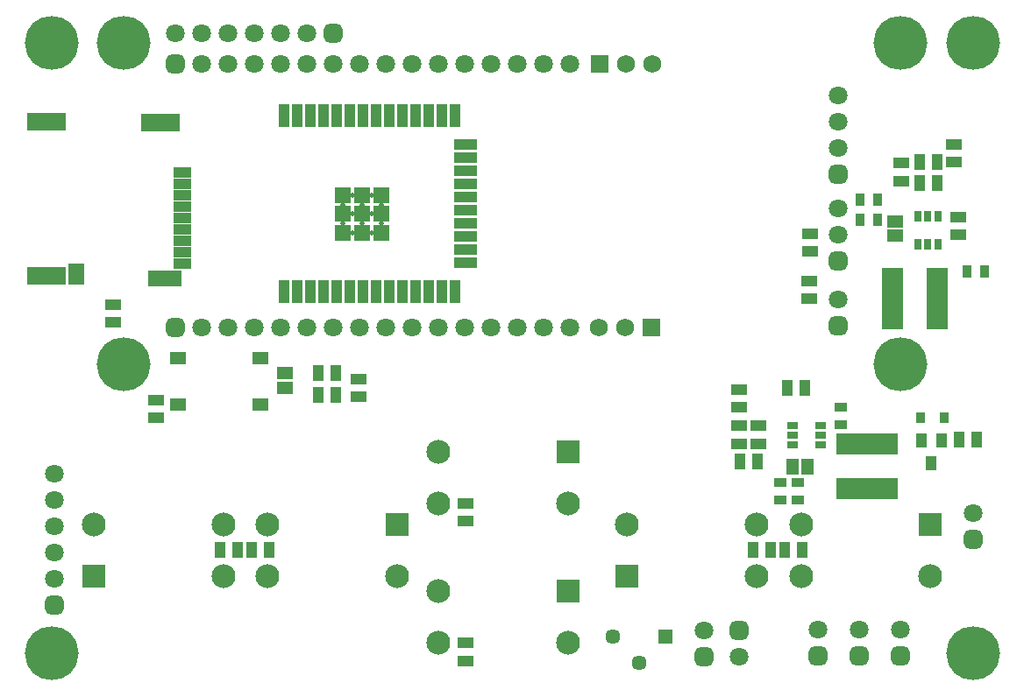
<source format=gts>
G04*
G04 #@! TF.GenerationSoftware,Altium Limited,Altium Designer,23.10.1 (27)*
G04*
G04 Layer_Color=8388736*
%FSLAX44Y44*%
%MOMM*%
G71*
G04*
G04 #@! TF.SameCoordinates,312DE8FD-0999-4980-B1F4-3DF31CF03A3F*
G04*
G04*
G04 #@! TF.FilePolarity,Negative*
G04*
G01*
G75*
%ADD15R,6.0000X2.0000*%
%ADD18R,2.0000X6.0000*%
G04:AMPARAMS|DCode=20|XSize=1.1mm|YSize=0.6mm|CornerRadius=0.051mm|HoleSize=0mm|Usage=FLASHONLY|Rotation=90.000|XOffset=0mm|YOffset=0mm|HoleType=Round|Shape=RoundedRectangle|*
%AMROUNDEDRECTD20*
21,1,1.1000,0.4980,0,0,90.0*
21,1,0.9980,0.6000,0,0,90.0*
1,1,0.1020,0.2490,0.4990*
1,1,0.1020,0.2490,-0.4990*
1,1,0.1020,-0.2490,-0.4990*
1,1,0.1020,-0.2490,0.4990*
%
%ADD20ROUNDEDRECTD20*%
%ADD24R,1.0000X1.4000*%
G04:AMPARAMS|DCode=25|XSize=1.1mm|YSize=0.6mm|CornerRadius=0.051mm|HoleSize=0mm|Usage=FLASHONLY|Rotation=180.000|XOffset=0mm|YOffset=0mm|HoleType=Round|Shape=RoundedRectangle|*
%AMROUNDEDRECTD25*
21,1,1.1000,0.4980,0,0,180.0*
21,1,0.9980,0.6000,0,0,180.0*
1,1,0.1020,-0.4990,0.2490*
1,1,0.1020,0.4990,0.2490*
1,1,0.1020,0.4990,-0.2490*
1,1,0.1020,-0.4990,-0.2490*
%
%ADD25ROUNDEDRECTD25*%
%ADD27R,1.5500X1.3000*%
%ADD36R,1.0532X1.5032*%
%ADD37R,1.2532X0.8532*%
%ADD38R,1.5032X1.0532*%
%ADD39R,1.5532X1.3032*%
%ADD40R,0.8532X1.2532*%
%ADD41R,0.8332X1.0332*%
%ADD42R,1.3032X1.5532*%
%ADD43R,3.7032X1.8032*%
%ADD44R,3.7032X1.7032*%
%ADD45R,1.6032X2.1532*%
%ADD46R,3.3032X1.6032*%
%ADD47R,1.8032X1.0032*%
%ADD48R,1.5332X1.5332*%
%ADD49R,1.1032X2.2032*%
%ADD50R,2.2032X1.1032*%
%ADD51R,2.3032X2.3032*%
%ADD52C,2.3032*%
%ADD53R,1.7532X1.7532*%
%ADD54C,1.7532*%
%ADD55C,1.8032*%
G04:AMPARAMS|DCode=56|XSize=1.8032mm|YSize=1.8032mm|CornerRadius=0.5016mm|HoleSize=0mm|Usage=FLASHONLY|Rotation=180.000|XOffset=0mm|YOffset=0mm|HoleType=Round|Shape=RoundedRectangle|*
%AMROUNDEDRECTD56*
21,1,1.8032,0.8000,0,0,180.0*
21,1,0.8000,1.8032,0,0,180.0*
1,1,1.0032,-0.4000,0.4000*
1,1,1.0032,0.4000,0.4000*
1,1,1.0032,0.4000,-0.4000*
1,1,1.0032,-0.4000,-0.4000*
%
%ADD56ROUNDEDRECTD56*%
G04:AMPARAMS|DCode=57|XSize=1.8032mm|YSize=1.8032mm|CornerRadius=0.5016mm|HoleSize=0mm|Usage=FLASHONLY|Rotation=90.000|XOffset=0mm|YOffset=0mm|HoleType=Round|Shape=RoundedRectangle|*
%AMROUNDEDRECTD57*
21,1,1.8032,0.8000,0,0,90.0*
21,1,0.8000,1.8032,0,0,90.0*
1,1,1.0032,0.4000,0.4000*
1,1,1.0032,0.4000,-0.4000*
1,1,1.0032,-0.4000,-0.4000*
1,1,1.0032,-0.4000,0.4000*
%
%ADD57ROUNDEDRECTD57*%
%ADD58C,1.4532*%
%ADD59R,1.4532X1.4532*%
%ADD60C,0.5032*%
%ADD61C,5.2032*%
D15*
X1417790Y732212D02*
D03*
Y689212D02*
D03*
D18*
X1485416Y873056D02*
D03*
X1442416D02*
D03*
D20*
X1467000Y953000D02*
D03*
X1476500D02*
D03*
X1486000D02*
D03*
Y926000D02*
D03*
X1476500D02*
D03*
X1467000D02*
D03*
D24*
X1489500Y736000D02*
D03*
X1470500D02*
D03*
X1480000Y714000D02*
D03*
D25*
X1345500Y731500D02*
D03*
Y741000D02*
D03*
Y750500D02*
D03*
X1372500D02*
D03*
Y741000D02*
D03*
Y731500D02*
D03*
D27*
X752250Y815500D02*
D03*
X831750D02*
D03*
X752250Y770500D02*
D03*
X831750D02*
D03*
D36*
X1357489Y786896D02*
D03*
X1340489D02*
D03*
X888000Y801000D02*
D03*
X905000D02*
D03*
Y780000D02*
D03*
X888000D02*
D03*
X1468500Y1005000D02*
D03*
X1485500D02*
D03*
X1468499Y985004D02*
D03*
X1485499D02*
D03*
X1507000Y737000D02*
D03*
X1524000D02*
D03*
X1295000Y716000D02*
D03*
X1312000D02*
D03*
X1308000Y630000D02*
D03*
X1325000D02*
D03*
X1355000D02*
D03*
X1338000D02*
D03*
X840000D02*
D03*
X823000D02*
D03*
X793000D02*
D03*
X810000D02*
D03*
D37*
X1334227Y678410D02*
D03*
Y695410D02*
D03*
X1392000Y751000D02*
D03*
Y768000D02*
D03*
X1351313Y695204D02*
D03*
Y678204D02*
D03*
D38*
X927000Y795000D02*
D03*
Y778000D02*
D03*
X1362000Y873000D02*
D03*
Y890000D02*
D03*
X1363000Y935500D02*
D03*
Y918500D02*
D03*
X1502000Y1022000D02*
D03*
Y1005000D02*
D03*
X1506000Y952000D02*
D03*
Y935000D02*
D03*
X1451000Y987000D02*
D03*
Y1004000D02*
D03*
X1294000Y785000D02*
D03*
Y768000D02*
D03*
Y750000D02*
D03*
Y733000D02*
D03*
X1313000Y750000D02*
D03*
Y733000D02*
D03*
X1030000Y675000D02*
D03*
Y658000D02*
D03*
X731000Y775000D02*
D03*
Y758000D02*
D03*
X690000Y867000D02*
D03*
Y850000D02*
D03*
X1030000Y523000D02*
D03*
Y540000D02*
D03*
D39*
X1445000Y934000D02*
D03*
Y948000D02*
D03*
X856000Y787000D02*
D03*
Y801000D02*
D03*
D40*
X1514261Y899719D02*
D03*
X1531261D02*
D03*
X1428000Y949600D02*
D03*
X1411000D02*
D03*
X1428000Y968600D02*
D03*
X1411000D02*
D03*
D41*
X1469850Y758000D02*
D03*
X1492150D02*
D03*
D42*
X1360000Y711000D02*
D03*
X1346000D02*
D03*
D43*
X735000Y1043500D02*
D03*
D44*
X625000Y1044500D02*
D03*
Y895000D02*
D03*
D45*
X654500Y897250D02*
D03*
D46*
X740000Y892500D02*
D03*
D47*
X756500Y906750D02*
D03*
Y917750D02*
D03*
Y928750D02*
D03*
Y939750D02*
D03*
Y950750D02*
D03*
Y961750D02*
D03*
Y972750D02*
D03*
Y983750D02*
D03*
Y994750D02*
D03*
D48*
X948350Y973350D02*
D03*
Y955000D02*
D03*
Y936650D02*
D03*
X930000Y973350D02*
D03*
Y955000D02*
D03*
Y936650D02*
D03*
X911650Y973350D02*
D03*
Y955000D02*
D03*
Y936650D02*
D03*
D49*
X855000Y1050000D02*
D03*
X867700D02*
D03*
X880400D02*
D03*
X893100D02*
D03*
X905800D02*
D03*
X918500D02*
D03*
X931200D02*
D03*
X943900D02*
D03*
X956600D02*
D03*
X969300D02*
D03*
X982000D02*
D03*
X994700D02*
D03*
X1007400D02*
D03*
X1020100D02*
D03*
Y880000D02*
D03*
X1007400D02*
D03*
X994700D02*
D03*
X982000D02*
D03*
X969300D02*
D03*
X956600D02*
D03*
X943900D02*
D03*
X931200D02*
D03*
X918500D02*
D03*
X905800D02*
D03*
X893100D02*
D03*
X880400D02*
D03*
X867700D02*
D03*
X855000D02*
D03*
D50*
X1030100Y1022150D02*
D03*
Y1009450D02*
D03*
Y996750D02*
D03*
Y984050D02*
D03*
Y971350D02*
D03*
Y958650D02*
D03*
Y945950D02*
D03*
Y933250D02*
D03*
Y920550D02*
D03*
Y907850D02*
D03*
D51*
X1479000Y655000D02*
D03*
X1186000Y605000D02*
D03*
X1129000Y590000D02*
D03*
Y725000D02*
D03*
X964000Y655000D02*
D03*
X671000Y605000D02*
D03*
D52*
X1354000Y655000D02*
D03*
X1479000Y605000D02*
D03*
X1354000D02*
D03*
X1311000Y655000D02*
D03*
X1186000D02*
D03*
X1311000Y605000D02*
D03*
X1004000Y540000D02*
D03*
X1129000D02*
D03*
X1004000Y590000D02*
D03*
Y675000D02*
D03*
X1129000D02*
D03*
X1004000Y725000D02*
D03*
X839000Y605000D02*
D03*
X964000D02*
D03*
X839000Y655000D02*
D03*
X796000D02*
D03*
X671000D02*
D03*
X796000Y605000D02*
D03*
D53*
X1209600Y845000D02*
D03*
X1159400Y1100000D02*
D03*
D54*
X1184200Y845000D02*
D03*
X1158800D02*
D03*
X1210200Y1100000D02*
D03*
X1184800D02*
D03*
D55*
X750000Y1130000D02*
D03*
X775400D02*
D03*
X826200D02*
D03*
X877000D02*
D03*
X851600D02*
D03*
X800800D02*
D03*
X1130600Y1100000D02*
D03*
X1105200D02*
D03*
X1029000D02*
D03*
X1003600D02*
D03*
X978200D02*
D03*
X927400D02*
D03*
X902000D02*
D03*
X851200D02*
D03*
X800400D02*
D03*
X775000D02*
D03*
X825800D02*
D03*
X876600D02*
D03*
X952800D02*
D03*
X1054400D02*
D03*
X1079800D02*
D03*
X1390000Y872700D02*
D03*
Y960400D02*
D03*
Y935000D02*
D03*
X1130700Y845000D02*
D03*
X1105300D02*
D03*
X1029100D02*
D03*
X1003700D02*
D03*
X978300D02*
D03*
X927500D02*
D03*
X902100D02*
D03*
X851300D02*
D03*
X800500D02*
D03*
X775100D02*
D03*
X825900D02*
D03*
X876700D02*
D03*
X952900D02*
D03*
X1054500D02*
D03*
X1079900D02*
D03*
X1450000Y552700D02*
D03*
X1390000Y1019200D02*
D03*
Y1044600D02*
D03*
Y1070000D02*
D03*
X633000Y704200D02*
D03*
Y678800D02*
D03*
Y628000D02*
D03*
Y602600D02*
D03*
Y653400D02*
D03*
X1294000Y527000D02*
D03*
X1260000Y552400D02*
D03*
X1410000Y552700D02*
D03*
X1370000D02*
D03*
X1520000Y665400D02*
D03*
D56*
X902400Y1130000D02*
D03*
X749600Y1100000D02*
D03*
X749700Y845000D02*
D03*
D57*
X1390000Y847300D02*
D03*
Y909600D02*
D03*
X1450000Y527300D02*
D03*
X1390000Y993800D02*
D03*
X633000Y577200D02*
D03*
X1294000Y552400D02*
D03*
X1260000Y527000D02*
D03*
X1410000Y527300D02*
D03*
X1370000D02*
D03*
X1520000Y640000D02*
D03*
D58*
X1172600Y546400D02*
D03*
X1198000Y521000D02*
D03*
D59*
X1223400Y546400D02*
D03*
D60*
X948350Y964175D02*
D03*
Y945825D02*
D03*
X939175Y973350D02*
D03*
Y955000D02*
D03*
Y936650D02*
D03*
X930000Y964175D02*
D03*
Y945825D02*
D03*
X920825Y973350D02*
D03*
Y955000D02*
D03*
Y936650D02*
D03*
X911650Y964175D02*
D03*
Y945825D02*
D03*
D61*
X1520000Y1120000D02*
D03*
Y530000D02*
D03*
X630000D02*
D03*
Y1120000D02*
D03*
X700000Y810000D02*
D03*
Y1120000D02*
D03*
X1450000D02*
D03*
Y810000D02*
D03*
M02*

</source>
